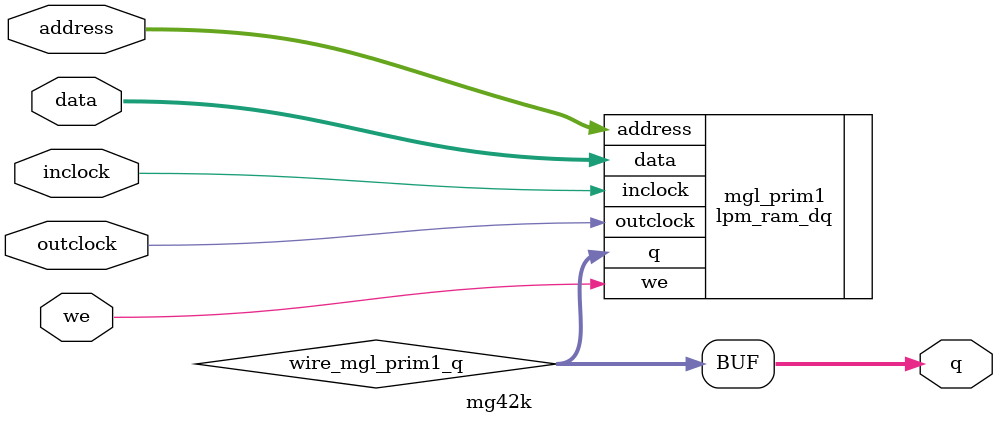
<source format=v>






//synthesis_resources = lpm_ram_dq 1 
//synopsys translate_off
`timescale 1 ps / 1 ps
//synopsys translate_on
module  mg42k
	( 
	address,
	data,
	inclock,
	outclock,
	q,
	we) /* synthesis synthesis_clearbox=1 */;
	input   [7:0]  address;
	input   [7:0]  data;
	input   inclock;
	input   outclock;
	output   [7:0]  q;
	input   we;

	wire  [7:0]   wire_mgl_prim1_q;

	lpm_ram_dq   mgl_prim1
	( 
	.address(address),
	.data(data),
	.inclock(inclock),
	.outclock(outclock),
	.q(wire_mgl_prim1_q),
	.we(we));
	defparam
		mgl_prim1.intended_device_family = "MAX7000S",
		mgl_prim1.lpm_address_control = "REGISTERED",
		mgl_prim1.lpm_indata = "REGISTERED",
		mgl_prim1.lpm_outdata = "REGISTERED",
		mgl_prim1.lpm_width = 8,
		mgl_prim1.lpm_widthad = 8;
	assign
		q = wire_mgl_prim1_q;
endmodule //mg42k
//VALID FILE

</source>
